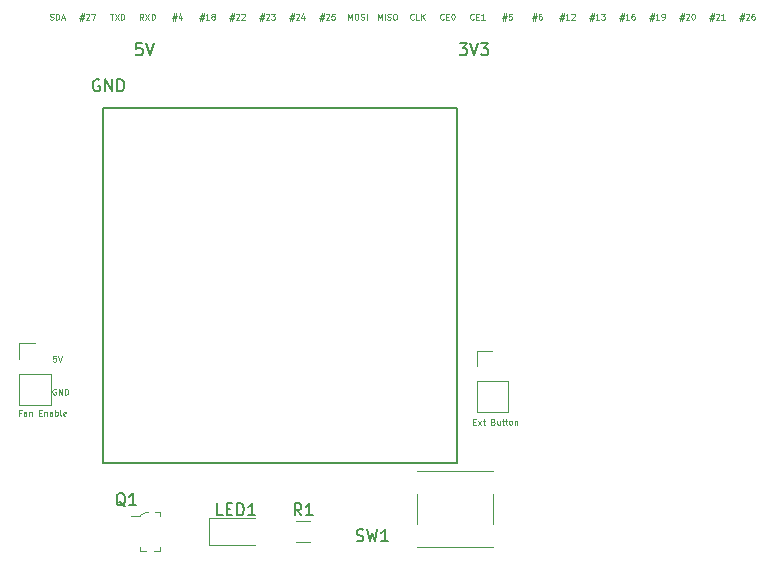
<source format=gto>
G04 #@! TF.GenerationSoftware,KiCad,Pcbnew,(5.1.6-0-10_14)*
G04 #@! TF.CreationDate,2022-10-13T19:28:45-07:00*
G04 #@! TF.ProjectId,RaspberryPiProtoHat,52617370-6265-4727-9279-506950726f74,rev?*
G04 #@! TF.SameCoordinates,Original*
G04 #@! TF.FileFunction,Legend,Top*
G04 #@! TF.FilePolarity,Positive*
%FSLAX46Y46*%
G04 Gerber Fmt 4.6, Leading zero omitted, Abs format (unit mm)*
G04 Created by KiCad (PCBNEW (5.1.6-0-10_14)) date 2022-10-13 19:28:45*
%MOMM*%
%LPD*%
G01*
G04 APERTURE LIST*
%ADD10C,0.062500*%
%ADD11C,0.150000*%
%ADD12C,0.120000*%
%ADD13C,0.100000*%
G04 APERTURE END LIST*
D10*
X239036857Y-138788285D02*
X239203523Y-138788285D01*
X239274952Y-139050190D02*
X239036857Y-139050190D01*
X239036857Y-138550190D01*
X239274952Y-138550190D01*
X239441619Y-139050190D02*
X239703523Y-138716857D01*
X239441619Y-138716857D02*
X239703523Y-139050190D01*
X239822571Y-138716857D02*
X240013047Y-138716857D01*
X239894000Y-138550190D02*
X239894000Y-138978761D01*
X239917809Y-139026380D01*
X239965428Y-139050190D01*
X240013047Y-139050190D01*
X240727333Y-138788285D02*
X240798761Y-138812095D01*
X240822571Y-138835904D01*
X240846380Y-138883523D01*
X240846380Y-138954952D01*
X240822571Y-139002571D01*
X240798761Y-139026380D01*
X240751142Y-139050190D01*
X240560666Y-139050190D01*
X240560666Y-138550190D01*
X240727333Y-138550190D01*
X240774952Y-138574000D01*
X240798761Y-138597809D01*
X240822571Y-138645428D01*
X240822571Y-138693047D01*
X240798761Y-138740666D01*
X240774952Y-138764476D01*
X240727333Y-138788285D01*
X240560666Y-138788285D01*
X241274952Y-138716857D02*
X241274952Y-139050190D01*
X241060666Y-138716857D02*
X241060666Y-138978761D01*
X241084476Y-139026380D01*
X241132095Y-139050190D01*
X241203523Y-139050190D01*
X241251142Y-139026380D01*
X241274952Y-139002571D01*
X241441619Y-138716857D02*
X241632095Y-138716857D01*
X241513047Y-138550190D02*
X241513047Y-138978761D01*
X241536857Y-139026380D01*
X241584476Y-139050190D01*
X241632095Y-139050190D01*
X241727333Y-138716857D02*
X241917809Y-138716857D01*
X241798761Y-138550190D02*
X241798761Y-138978761D01*
X241822571Y-139026380D01*
X241870190Y-139050190D01*
X241917809Y-139050190D01*
X242155904Y-139050190D02*
X242108285Y-139026380D01*
X242084476Y-139002571D01*
X242060666Y-138954952D01*
X242060666Y-138812095D01*
X242084476Y-138764476D01*
X242108285Y-138740666D01*
X242155904Y-138716857D01*
X242227333Y-138716857D01*
X242274952Y-138740666D01*
X242298761Y-138764476D01*
X242322571Y-138812095D01*
X242322571Y-138954952D01*
X242298761Y-139002571D01*
X242274952Y-139026380D01*
X242227333Y-139050190D01*
X242155904Y-139050190D01*
X242536857Y-138716857D02*
X242536857Y-139050190D01*
X242536857Y-138764476D02*
X242560666Y-138740666D01*
X242608285Y-138716857D01*
X242679714Y-138716857D01*
X242727333Y-138740666D01*
X242751142Y-138788285D01*
X242751142Y-139050190D01*
X203714761Y-133216190D02*
X203476666Y-133216190D01*
X203452857Y-133454285D01*
X203476666Y-133430476D01*
X203524285Y-133406666D01*
X203643333Y-133406666D01*
X203690952Y-133430476D01*
X203714761Y-133454285D01*
X203738571Y-133501904D01*
X203738571Y-133620952D01*
X203714761Y-133668571D01*
X203690952Y-133692380D01*
X203643333Y-133716190D01*
X203524285Y-133716190D01*
X203476666Y-133692380D01*
X203452857Y-133668571D01*
X203881428Y-133216190D02*
X204048095Y-133716190D01*
X204214761Y-133216190D01*
X203683047Y-136034000D02*
X203635428Y-136010190D01*
X203564000Y-136010190D01*
X203492571Y-136034000D01*
X203444952Y-136081619D01*
X203421142Y-136129238D01*
X203397333Y-136224476D01*
X203397333Y-136295904D01*
X203421142Y-136391142D01*
X203444952Y-136438761D01*
X203492571Y-136486380D01*
X203564000Y-136510190D01*
X203611619Y-136510190D01*
X203683047Y-136486380D01*
X203706857Y-136462571D01*
X203706857Y-136295904D01*
X203611619Y-136295904D01*
X203921142Y-136510190D02*
X203921142Y-136010190D01*
X204206857Y-136510190D01*
X204206857Y-136010190D01*
X204444952Y-136510190D02*
X204444952Y-136010190D01*
X204564000Y-136010190D01*
X204635428Y-136034000D01*
X204683047Y-136081619D01*
X204706857Y-136129238D01*
X204730666Y-136224476D01*
X204730666Y-136295904D01*
X204706857Y-136391142D01*
X204683047Y-136438761D01*
X204635428Y-136486380D01*
X204564000Y-136510190D01*
X204444952Y-136510190D01*
X200718571Y-138026285D02*
X200551904Y-138026285D01*
X200551904Y-138288190D02*
X200551904Y-137788190D01*
X200790000Y-137788190D01*
X201194761Y-138288190D02*
X201194761Y-138026285D01*
X201170952Y-137978666D01*
X201123333Y-137954857D01*
X201028095Y-137954857D01*
X200980476Y-137978666D01*
X201194761Y-138264380D02*
X201147142Y-138288190D01*
X201028095Y-138288190D01*
X200980476Y-138264380D01*
X200956666Y-138216761D01*
X200956666Y-138169142D01*
X200980476Y-138121523D01*
X201028095Y-138097714D01*
X201147142Y-138097714D01*
X201194761Y-138073904D01*
X201432857Y-137954857D02*
X201432857Y-138288190D01*
X201432857Y-138002476D02*
X201456666Y-137978666D01*
X201504285Y-137954857D01*
X201575714Y-137954857D01*
X201623333Y-137978666D01*
X201647142Y-138026285D01*
X201647142Y-138288190D01*
X202266190Y-138026285D02*
X202432857Y-138026285D01*
X202504285Y-138288190D02*
X202266190Y-138288190D01*
X202266190Y-137788190D01*
X202504285Y-137788190D01*
X202718571Y-137954857D02*
X202718571Y-138288190D01*
X202718571Y-138002476D02*
X202742380Y-137978666D01*
X202790000Y-137954857D01*
X202861428Y-137954857D01*
X202909047Y-137978666D01*
X202932857Y-138026285D01*
X202932857Y-138288190D01*
X203385238Y-138288190D02*
X203385238Y-138026285D01*
X203361428Y-137978666D01*
X203313809Y-137954857D01*
X203218571Y-137954857D01*
X203170952Y-137978666D01*
X203385238Y-138264380D02*
X203337619Y-138288190D01*
X203218571Y-138288190D01*
X203170952Y-138264380D01*
X203147142Y-138216761D01*
X203147142Y-138169142D01*
X203170952Y-138121523D01*
X203218571Y-138097714D01*
X203337619Y-138097714D01*
X203385238Y-138073904D01*
X203623333Y-138288190D02*
X203623333Y-137788190D01*
X203623333Y-137978666D02*
X203670952Y-137954857D01*
X203766190Y-137954857D01*
X203813809Y-137978666D01*
X203837619Y-138002476D01*
X203861428Y-138050095D01*
X203861428Y-138192952D01*
X203837619Y-138240571D01*
X203813809Y-138264380D01*
X203766190Y-138288190D01*
X203670952Y-138288190D01*
X203623333Y-138264380D01*
X204147142Y-138288190D02*
X204099523Y-138264380D01*
X204075714Y-138216761D01*
X204075714Y-137788190D01*
X204528095Y-138264380D02*
X204480476Y-138288190D01*
X204385238Y-138288190D01*
X204337619Y-138264380D01*
X204313809Y-138216761D01*
X204313809Y-138026285D01*
X204337619Y-137978666D01*
X204385238Y-137954857D01*
X204480476Y-137954857D01*
X204528095Y-137978666D01*
X204551904Y-138026285D01*
X204551904Y-138073904D01*
X204313809Y-138121523D01*
X261599047Y-104426857D02*
X261956190Y-104426857D01*
X261741904Y-104212571D02*
X261599047Y-104855428D01*
X261908571Y-104641142D02*
X261551428Y-104641142D01*
X261765714Y-104855428D02*
X261908571Y-104212571D01*
X262099047Y-104307809D02*
X262122857Y-104284000D01*
X262170476Y-104260190D01*
X262289523Y-104260190D01*
X262337142Y-104284000D01*
X262360952Y-104307809D01*
X262384761Y-104355428D01*
X262384761Y-104403047D01*
X262360952Y-104474476D01*
X262075238Y-104760190D01*
X262384761Y-104760190D01*
X262813333Y-104260190D02*
X262718095Y-104260190D01*
X262670476Y-104284000D01*
X262646666Y-104307809D01*
X262599047Y-104379238D01*
X262575238Y-104474476D01*
X262575238Y-104664952D01*
X262599047Y-104712571D01*
X262622857Y-104736380D01*
X262670476Y-104760190D01*
X262765714Y-104760190D01*
X262813333Y-104736380D01*
X262837142Y-104712571D01*
X262860952Y-104664952D01*
X262860952Y-104545904D01*
X262837142Y-104498285D01*
X262813333Y-104474476D01*
X262765714Y-104450666D01*
X262670476Y-104450666D01*
X262622857Y-104474476D01*
X262599047Y-104498285D01*
X262575238Y-104545904D01*
X259059047Y-104426857D02*
X259416190Y-104426857D01*
X259201904Y-104212571D02*
X259059047Y-104855428D01*
X259368571Y-104641142D02*
X259011428Y-104641142D01*
X259225714Y-104855428D02*
X259368571Y-104212571D01*
X259559047Y-104307809D02*
X259582857Y-104284000D01*
X259630476Y-104260190D01*
X259749523Y-104260190D01*
X259797142Y-104284000D01*
X259820952Y-104307809D01*
X259844761Y-104355428D01*
X259844761Y-104403047D01*
X259820952Y-104474476D01*
X259535238Y-104760190D01*
X259844761Y-104760190D01*
X260320952Y-104760190D02*
X260035238Y-104760190D01*
X260178095Y-104760190D02*
X260178095Y-104260190D01*
X260130476Y-104331619D01*
X260082857Y-104379238D01*
X260035238Y-104403047D01*
X256519047Y-104426857D02*
X256876190Y-104426857D01*
X256661904Y-104212571D02*
X256519047Y-104855428D01*
X256828571Y-104641142D02*
X256471428Y-104641142D01*
X256685714Y-104855428D02*
X256828571Y-104212571D01*
X257019047Y-104307809D02*
X257042857Y-104284000D01*
X257090476Y-104260190D01*
X257209523Y-104260190D01*
X257257142Y-104284000D01*
X257280952Y-104307809D01*
X257304761Y-104355428D01*
X257304761Y-104403047D01*
X257280952Y-104474476D01*
X256995238Y-104760190D01*
X257304761Y-104760190D01*
X257614285Y-104260190D02*
X257661904Y-104260190D01*
X257709523Y-104284000D01*
X257733333Y-104307809D01*
X257757142Y-104355428D01*
X257780952Y-104450666D01*
X257780952Y-104569714D01*
X257757142Y-104664952D01*
X257733333Y-104712571D01*
X257709523Y-104736380D01*
X257661904Y-104760190D01*
X257614285Y-104760190D01*
X257566666Y-104736380D01*
X257542857Y-104712571D01*
X257519047Y-104664952D01*
X257495238Y-104569714D01*
X257495238Y-104450666D01*
X257519047Y-104355428D01*
X257542857Y-104307809D01*
X257566666Y-104284000D01*
X257614285Y-104260190D01*
X253979047Y-104426857D02*
X254336190Y-104426857D01*
X254121904Y-104212571D02*
X253979047Y-104855428D01*
X254288571Y-104641142D02*
X253931428Y-104641142D01*
X254145714Y-104855428D02*
X254288571Y-104212571D01*
X254764761Y-104760190D02*
X254479047Y-104760190D01*
X254621904Y-104760190D02*
X254621904Y-104260190D01*
X254574285Y-104331619D01*
X254526666Y-104379238D01*
X254479047Y-104403047D01*
X255002857Y-104760190D02*
X255098095Y-104760190D01*
X255145714Y-104736380D01*
X255169523Y-104712571D01*
X255217142Y-104641142D01*
X255240952Y-104545904D01*
X255240952Y-104355428D01*
X255217142Y-104307809D01*
X255193333Y-104284000D01*
X255145714Y-104260190D01*
X255050476Y-104260190D01*
X255002857Y-104284000D01*
X254979047Y-104307809D01*
X254955238Y-104355428D01*
X254955238Y-104474476D01*
X254979047Y-104522095D01*
X255002857Y-104545904D01*
X255050476Y-104569714D01*
X255145714Y-104569714D01*
X255193333Y-104545904D01*
X255217142Y-104522095D01*
X255240952Y-104474476D01*
X251439047Y-104426857D02*
X251796190Y-104426857D01*
X251581904Y-104212571D02*
X251439047Y-104855428D01*
X251748571Y-104641142D02*
X251391428Y-104641142D01*
X251605714Y-104855428D02*
X251748571Y-104212571D01*
X252224761Y-104760190D02*
X251939047Y-104760190D01*
X252081904Y-104760190D02*
X252081904Y-104260190D01*
X252034285Y-104331619D01*
X251986666Y-104379238D01*
X251939047Y-104403047D01*
X252653333Y-104260190D02*
X252558095Y-104260190D01*
X252510476Y-104284000D01*
X252486666Y-104307809D01*
X252439047Y-104379238D01*
X252415238Y-104474476D01*
X252415238Y-104664952D01*
X252439047Y-104712571D01*
X252462857Y-104736380D01*
X252510476Y-104760190D01*
X252605714Y-104760190D01*
X252653333Y-104736380D01*
X252677142Y-104712571D01*
X252700952Y-104664952D01*
X252700952Y-104545904D01*
X252677142Y-104498285D01*
X252653333Y-104474476D01*
X252605714Y-104450666D01*
X252510476Y-104450666D01*
X252462857Y-104474476D01*
X252439047Y-104498285D01*
X252415238Y-104545904D01*
X248899047Y-104426857D02*
X249256190Y-104426857D01*
X249041904Y-104212571D02*
X248899047Y-104855428D01*
X249208571Y-104641142D02*
X248851428Y-104641142D01*
X249065714Y-104855428D02*
X249208571Y-104212571D01*
X249684761Y-104760190D02*
X249399047Y-104760190D01*
X249541904Y-104760190D02*
X249541904Y-104260190D01*
X249494285Y-104331619D01*
X249446666Y-104379238D01*
X249399047Y-104403047D01*
X249851428Y-104260190D02*
X250160952Y-104260190D01*
X249994285Y-104450666D01*
X250065714Y-104450666D01*
X250113333Y-104474476D01*
X250137142Y-104498285D01*
X250160952Y-104545904D01*
X250160952Y-104664952D01*
X250137142Y-104712571D01*
X250113333Y-104736380D01*
X250065714Y-104760190D01*
X249922857Y-104760190D01*
X249875238Y-104736380D01*
X249851428Y-104712571D01*
X246359047Y-104426857D02*
X246716190Y-104426857D01*
X246501904Y-104212571D02*
X246359047Y-104855428D01*
X246668571Y-104641142D02*
X246311428Y-104641142D01*
X246525714Y-104855428D02*
X246668571Y-104212571D01*
X247144761Y-104760190D02*
X246859047Y-104760190D01*
X247001904Y-104760190D02*
X247001904Y-104260190D01*
X246954285Y-104331619D01*
X246906666Y-104379238D01*
X246859047Y-104403047D01*
X247335238Y-104307809D02*
X247359047Y-104284000D01*
X247406666Y-104260190D01*
X247525714Y-104260190D01*
X247573333Y-104284000D01*
X247597142Y-104307809D01*
X247620952Y-104355428D01*
X247620952Y-104403047D01*
X247597142Y-104474476D01*
X247311428Y-104760190D01*
X247620952Y-104760190D01*
X244057142Y-104426857D02*
X244414285Y-104426857D01*
X244200000Y-104212571D02*
X244057142Y-104855428D01*
X244366666Y-104641142D02*
X244009523Y-104641142D01*
X244223809Y-104855428D02*
X244366666Y-104212571D01*
X244795238Y-104260190D02*
X244700000Y-104260190D01*
X244652380Y-104284000D01*
X244628571Y-104307809D01*
X244580952Y-104379238D01*
X244557142Y-104474476D01*
X244557142Y-104664952D01*
X244580952Y-104712571D01*
X244604761Y-104736380D01*
X244652380Y-104760190D01*
X244747619Y-104760190D01*
X244795238Y-104736380D01*
X244819047Y-104712571D01*
X244842857Y-104664952D01*
X244842857Y-104545904D01*
X244819047Y-104498285D01*
X244795238Y-104474476D01*
X244747619Y-104450666D01*
X244652380Y-104450666D01*
X244604761Y-104474476D01*
X244580952Y-104498285D01*
X244557142Y-104545904D01*
X241517142Y-104426857D02*
X241874285Y-104426857D01*
X241660000Y-104212571D02*
X241517142Y-104855428D01*
X241826666Y-104641142D02*
X241469523Y-104641142D01*
X241683809Y-104855428D02*
X241826666Y-104212571D01*
X242279047Y-104260190D02*
X242040952Y-104260190D01*
X242017142Y-104498285D01*
X242040952Y-104474476D01*
X242088571Y-104450666D01*
X242207619Y-104450666D01*
X242255238Y-104474476D01*
X242279047Y-104498285D01*
X242302857Y-104545904D01*
X242302857Y-104664952D01*
X242279047Y-104712571D01*
X242255238Y-104736380D01*
X242207619Y-104760190D01*
X242088571Y-104760190D01*
X242040952Y-104736380D01*
X242017142Y-104712571D01*
X239060476Y-104712571D02*
X239036666Y-104736380D01*
X238965238Y-104760190D01*
X238917619Y-104760190D01*
X238846190Y-104736380D01*
X238798571Y-104688761D01*
X238774761Y-104641142D01*
X238750952Y-104545904D01*
X238750952Y-104474476D01*
X238774761Y-104379238D01*
X238798571Y-104331619D01*
X238846190Y-104284000D01*
X238917619Y-104260190D01*
X238965238Y-104260190D01*
X239036666Y-104284000D01*
X239060476Y-104307809D01*
X239274761Y-104498285D02*
X239441428Y-104498285D01*
X239512857Y-104760190D02*
X239274761Y-104760190D01*
X239274761Y-104260190D01*
X239512857Y-104260190D01*
X239989047Y-104760190D02*
X239703333Y-104760190D01*
X239846190Y-104760190D02*
X239846190Y-104260190D01*
X239798571Y-104331619D01*
X239750952Y-104379238D01*
X239703333Y-104403047D01*
X236520476Y-104712571D02*
X236496666Y-104736380D01*
X236425238Y-104760190D01*
X236377619Y-104760190D01*
X236306190Y-104736380D01*
X236258571Y-104688761D01*
X236234761Y-104641142D01*
X236210952Y-104545904D01*
X236210952Y-104474476D01*
X236234761Y-104379238D01*
X236258571Y-104331619D01*
X236306190Y-104284000D01*
X236377619Y-104260190D01*
X236425238Y-104260190D01*
X236496666Y-104284000D01*
X236520476Y-104307809D01*
X236734761Y-104498285D02*
X236901428Y-104498285D01*
X236972857Y-104760190D02*
X236734761Y-104760190D01*
X236734761Y-104260190D01*
X236972857Y-104260190D01*
X237282380Y-104260190D02*
X237330000Y-104260190D01*
X237377619Y-104284000D01*
X237401428Y-104307809D01*
X237425238Y-104355428D01*
X237449047Y-104450666D01*
X237449047Y-104569714D01*
X237425238Y-104664952D01*
X237401428Y-104712571D01*
X237377619Y-104736380D01*
X237330000Y-104760190D01*
X237282380Y-104760190D01*
X237234761Y-104736380D01*
X237210952Y-104712571D01*
X237187142Y-104664952D01*
X237163333Y-104569714D01*
X237163333Y-104450666D01*
X237187142Y-104355428D01*
X237210952Y-104307809D01*
X237234761Y-104284000D01*
X237282380Y-104260190D01*
X233992380Y-104712571D02*
X233968571Y-104736380D01*
X233897142Y-104760190D01*
X233849523Y-104760190D01*
X233778095Y-104736380D01*
X233730476Y-104688761D01*
X233706666Y-104641142D01*
X233682857Y-104545904D01*
X233682857Y-104474476D01*
X233706666Y-104379238D01*
X233730476Y-104331619D01*
X233778095Y-104284000D01*
X233849523Y-104260190D01*
X233897142Y-104260190D01*
X233968571Y-104284000D01*
X233992380Y-104307809D01*
X234444761Y-104760190D02*
X234206666Y-104760190D01*
X234206666Y-104260190D01*
X234611428Y-104760190D02*
X234611428Y-104260190D01*
X234897142Y-104760190D02*
X234682857Y-104474476D01*
X234897142Y-104260190D02*
X234611428Y-104545904D01*
X230964285Y-104760190D02*
X230964285Y-104260190D01*
X231130952Y-104617333D01*
X231297619Y-104260190D01*
X231297619Y-104760190D01*
X231535714Y-104760190D02*
X231535714Y-104260190D01*
X231750000Y-104736380D02*
X231821428Y-104760190D01*
X231940476Y-104760190D01*
X231988095Y-104736380D01*
X232011904Y-104712571D01*
X232035714Y-104664952D01*
X232035714Y-104617333D01*
X232011904Y-104569714D01*
X231988095Y-104545904D01*
X231940476Y-104522095D01*
X231845238Y-104498285D01*
X231797619Y-104474476D01*
X231773809Y-104450666D01*
X231750000Y-104403047D01*
X231750000Y-104355428D01*
X231773809Y-104307809D01*
X231797619Y-104284000D01*
X231845238Y-104260190D01*
X231964285Y-104260190D01*
X232035714Y-104284000D01*
X232345238Y-104260190D02*
X232440476Y-104260190D01*
X232488095Y-104284000D01*
X232535714Y-104331619D01*
X232559523Y-104426857D01*
X232559523Y-104593523D01*
X232535714Y-104688761D01*
X232488095Y-104736380D01*
X232440476Y-104760190D01*
X232345238Y-104760190D01*
X232297619Y-104736380D01*
X232250000Y-104688761D01*
X232226190Y-104593523D01*
X232226190Y-104426857D01*
X232250000Y-104331619D01*
X232297619Y-104284000D01*
X232345238Y-104260190D01*
X228424285Y-104760190D02*
X228424285Y-104260190D01*
X228590952Y-104617333D01*
X228757619Y-104260190D01*
X228757619Y-104760190D01*
X229090952Y-104260190D02*
X229186190Y-104260190D01*
X229233809Y-104284000D01*
X229281428Y-104331619D01*
X229305238Y-104426857D01*
X229305238Y-104593523D01*
X229281428Y-104688761D01*
X229233809Y-104736380D01*
X229186190Y-104760190D01*
X229090952Y-104760190D01*
X229043333Y-104736380D01*
X228995714Y-104688761D01*
X228971904Y-104593523D01*
X228971904Y-104426857D01*
X228995714Y-104331619D01*
X229043333Y-104284000D01*
X229090952Y-104260190D01*
X229495714Y-104736380D02*
X229567142Y-104760190D01*
X229686190Y-104760190D01*
X229733809Y-104736380D01*
X229757619Y-104712571D01*
X229781428Y-104664952D01*
X229781428Y-104617333D01*
X229757619Y-104569714D01*
X229733809Y-104545904D01*
X229686190Y-104522095D01*
X229590952Y-104498285D01*
X229543333Y-104474476D01*
X229519523Y-104450666D01*
X229495714Y-104403047D01*
X229495714Y-104355428D01*
X229519523Y-104307809D01*
X229543333Y-104284000D01*
X229590952Y-104260190D01*
X229710000Y-104260190D01*
X229781428Y-104284000D01*
X229995714Y-104760190D02*
X229995714Y-104260190D01*
X226039047Y-104426857D02*
X226396190Y-104426857D01*
X226181904Y-104212571D02*
X226039047Y-104855428D01*
X226348571Y-104641142D02*
X225991428Y-104641142D01*
X226205714Y-104855428D02*
X226348571Y-104212571D01*
X226539047Y-104307809D02*
X226562857Y-104284000D01*
X226610476Y-104260190D01*
X226729523Y-104260190D01*
X226777142Y-104284000D01*
X226800952Y-104307809D01*
X226824761Y-104355428D01*
X226824761Y-104403047D01*
X226800952Y-104474476D01*
X226515238Y-104760190D01*
X226824761Y-104760190D01*
X227277142Y-104260190D02*
X227039047Y-104260190D01*
X227015238Y-104498285D01*
X227039047Y-104474476D01*
X227086666Y-104450666D01*
X227205714Y-104450666D01*
X227253333Y-104474476D01*
X227277142Y-104498285D01*
X227300952Y-104545904D01*
X227300952Y-104664952D01*
X227277142Y-104712571D01*
X227253333Y-104736380D01*
X227205714Y-104760190D01*
X227086666Y-104760190D01*
X227039047Y-104736380D01*
X227015238Y-104712571D01*
X223499047Y-104426857D02*
X223856190Y-104426857D01*
X223641904Y-104212571D02*
X223499047Y-104855428D01*
X223808571Y-104641142D02*
X223451428Y-104641142D01*
X223665714Y-104855428D02*
X223808571Y-104212571D01*
X223999047Y-104307809D02*
X224022857Y-104284000D01*
X224070476Y-104260190D01*
X224189523Y-104260190D01*
X224237142Y-104284000D01*
X224260952Y-104307809D01*
X224284761Y-104355428D01*
X224284761Y-104403047D01*
X224260952Y-104474476D01*
X223975238Y-104760190D01*
X224284761Y-104760190D01*
X224713333Y-104426857D02*
X224713333Y-104760190D01*
X224594285Y-104236380D02*
X224475238Y-104593523D01*
X224784761Y-104593523D01*
X220959047Y-104426857D02*
X221316190Y-104426857D01*
X221101904Y-104212571D02*
X220959047Y-104855428D01*
X221268571Y-104641142D02*
X220911428Y-104641142D01*
X221125714Y-104855428D02*
X221268571Y-104212571D01*
X221459047Y-104307809D02*
X221482857Y-104284000D01*
X221530476Y-104260190D01*
X221649523Y-104260190D01*
X221697142Y-104284000D01*
X221720952Y-104307809D01*
X221744761Y-104355428D01*
X221744761Y-104403047D01*
X221720952Y-104474476D01*
X221435238Y-104760190D01*
X221744761Y-104760190D01*
X221911428Y-104260190D02*
X222220952Y-104260190D01*
X222054285Y-104450666D01*
X222125714Y-104450666D01*
X222173333Y-104474476D01*
X222197142Y-104498285D01*
X222220952Y-104545904D01*
X222220952Y-104664952D01*
X222197142Y-104712571D01*
X222173333Y-104736380D01*
X222125714Y-104760190D01*
X221982857Y-104760190D01*
X221935238Y-104736380D01*
X221911428Y-104712571D01*
X218419047Y-104426857D02*
X218776190Y-104426857D01*
X218561904Y-104212571D02*
X218419047Y-104855428D01*
X218728571Y-104641142D02*
X218371428Y-104641142D01*
X218585714Y-104855428D02*
X218728571Y-104212571D01*
X218919047Y-104307809D02*
X218942857Y-104284000D01*
X218990476Y-104260190D01*
X219109523Y-104260190D01*
X219157142Y-104284000D01*
X219180952Y-104307809D01*
X219204761Y-104355428D01*
X219204761Y-104403047D01*
X219180952Y-104474476D01*
X218895238Y-104760190D01*
X219204761Y-104760190D01*
X219395238Y-104307809D02*
X219419047Y-104284000D01*
X219466666Y-104260190D01*
X219585714Y-104260190D01*
X219633333Y-104284000D01*
X219657142Y-104307809D01*
X219680952Y-104355428D01*
X219680952Y-104403047D01*
X219657142Y-104474476D01*
X219371428Y-104760190D01*
X219680952Y-104760190D01*
X215879047Y-104426857D02*
X216236190Y-104426857D01*
X216021904Y-104212571D02*
X215879047Y-104855428D01*
X216188571Y-104641142D02*
X215831428Y-104641142D01*
X216045714Y-104855428D02*
X216188571Y-104212571D01*
X216664761Y-104760190D02*
X216379047Y-104760190D01*
X216521904Y-104760190D02*
X216521904Y-104260190D01*
X216474285Y-104331619D01*
X216426666Y-104379238D01*
X216379047Y-104403047D01*
X216950476Y-104474476D02*
X216902857Y-104450666D01*
X216879047Y-104426857D01*
X216855238Y-104379238D01*
X216855238Y-104355428D01*
X216879047Y-104307809D01*
X216902857Y-104284000D01*
X216950476Y-104260190D01*
X217045714Y-104260190D01*
X217093333Y-104284000D01*
X217117142Y-104307809D01*
X217140952Y-104355428D01*
X217140952Y-104379238D01*
X217117142Y-104426857D01*
X217093333Y-104450666D01*
X217045714Y-104474476D01*
X216950476Y-104474476D01*
X216902857Y-104498285D01*
X216879047Y-104522095D01*
X216855238Y-104569714D01*
X216855238Y-104664952D01*
X216879047Y-104712571D01*
X216902857Y-104736380D01*
X216950476Y-104760190D01*
X217045714Y-104760190D01*
X217093333Y-104736380D01*
X217117142Y-104712571D01*
X217140952Y-104664952D01*
X217140952Y-104569714D01*
X217117142Y-104522095D01*
X217093333Y-104498285D01*
X217045714Y-104474476D01*
X213577142Y-104426857D02*
X213934285Y-104426857D01*
X213720000Y-104212571D02*
X213577142Y-104855428D01*
X213886666Y-104641142D02*
X213529523Y-104641142D01*
X213743809Y-104855428D02*
X213886666Y-104212571D01*
X214315238Y-104426857D02*
X214315238Y-104760190D01*
X214196190Y-104236380D02*
X214077142Y-104593523D01*
X214386666Y-104593523D01*
X211096666Y-104760190D02*
X210930000Y-104522095D01*
X210810952Y-104760190D02*
X210810952Y-104260190D01*
X211001428Y-104260190D01*
X211049047Y-104284000D01*
X211072857Y-104307809D01*
X211096666Y-104355428D01*
X211096666Y-104426857D01*
X211072857Y-104474476D01*
X211049047Y-104498285D01*
X211001428Y-104522095D01*
X210810952Y-104522095D01*
X211263333Y-104260190D02*
X211596666Y-104760190D01*
X211596666Y-104260190D02*
X211263333Y-104760190D01*
X211787142Y-104760190D02*
X211787142Y-104260190D01*
X211906190Y-104260190D01*
X211977619Y-104284000D01*
X212025238Y-104331619D01*
X212049047Y-104379238D01*
X212072857Y-104474476D01*
X212072857Y-104545904D01*
X212049047Y-104641142D01*
X212025238Y-104688761D01*
X211977619Y-104736380D01*
X211906190Y-104760190D01*
X211787142Y-104760190D01*
X208259047Y-104260190D02*
X208544761Y-104260190D01*
X208401904Y-104760190D02*
X208401904Y-104260190D01*
X208663809Y-104260190D02*
X208997142Y-104760190D01*
X208997142Y-104260190D02*
X208663809Y-104760190D01*
X209187619Y-104760190D02*
X209187619Y-104260190D01*
X209306666Y-104260190D01*
X209378095Y-104284000D01*
X209425714Y-104331619D01*
X209449523Y-104379238D01*
X209473333Y-104474476D01*
X209473333Y-104545904D01*
X209449523Y-104641142D01*
X209425714Y-104688761D01*
X209378095Y-104736380D01*
X209306666Y-104760190D01*
X209187619Y-104760190D01*
X205719047Y-104426857D02*
X206076190Y-104426857D01*
X205861904Y-104212571D02*
X205719047Y-104855428D01*
X206028571Y-104641142D02*
X205671428Y-104641142D01*
X205885714Y-104855428D02*
X206028571Y-104212571D01*
X206219047Y-104307809D02*
X206242857Y-104284000D01*
X206290476Y-104260190D01*
X206409523Y-104260190D01*
X206457142Y-104284000D01*
X206480952Y-104307809D01*
X206504761Y-104355428D01*
X206504761Y-104403047D01*
X206480952Y-104474476D01*
X206195238Y-104760190D01*
X206504761Y-104760190D01*
X206671428Y-104260190D02*
X207004761Y-104260190D01*
X206790476Y-104760190D01*
X203202857Y-104736380D02*
X203274285Y-104760190D01*
X203393333Y-104760190D01*
X203440952Y-104736380D01*
X203464761Y-104712571D01*
X203488571Y-104664952D01*
X203488571Y-104617333D01*
X203464761Y-104569714D01*
X203440952Y-104545904D01*
X203393333Y-104522095D01*
X203298095Y-104498285D01*
X203250476Y-104474476D01*
X203226666Y-104450666D01*
X203202857Y-104403047D01*
X203202857Y-104355428D01*
X203226666Y-104307809D01*
X203250476Y-104284000D01*
X203298095Y-104260190D01*
X203417142Y-104260190D01*
X203488571Y-104284000D01*
X203702857Y-104760190D02*
X203702857Y-104260190D01*
X203821904Y-104260190D01*
X203893333Y-104284000D01*
X203940952Y-104331619D01*
X203964761Y-104379238D01*
X203988571Y-104474476D01*
X203988571Y-104545904D01*
X203964761Y-104641142D01*
X203940952Y-104688761D01*
X203893333Y-104736380D01*
X203821904Y-104760190D01*
X203702857Y-104760190D01*
X204179047Y-104617333D02*
X204417142Y-104617333D01*
X204131428Y-104760190D02*
X204298095Y-104260190D01*
X204464761Y-104760190D01*
D11*
X237877904Y-106780380D02*
X238496952Y-106780380D01*
X238163619Y-107161333D01*
X238306476Y-107161333D01*
X238401714Y-107208952D01*
X238449333Y-107256571D01*
X238496952Y-107351809D01*
X238496952Y-107589904D01*
X238449333Y-107685142D01*
X238401714Y-107732761D01*
X238306476Y-107780380D01*
X238020761Y-107780380D01*
X237925523Y-107732761D01*
X237877904Y-107685142D01*
X238782666Y-106780380D02*
X239116000Y-107780380D01*
X239449333Y-106780380D01*
X239687428Y-106780380D02*
X240306476Y-106780380D01*
X239973142Y-107161333D01*
X240116000Y-107161333D01*
X240211238Y-107208952D01*
X240258857Y-107256571D01*
X240306476Y-107351809D01*
X240306476Y-107589904D01*
X240258857Y-107685142D01*
X240211238Y-107732761D01*
X240116000Y-107780380D01*
X239830285Y-107780380D01*
X239735047Y-107732761D01*
X239687428Y-107685142D01*
X210985523Y-106780380D02*
X210509333Y-106780380D01*
X210461714Y-107256571D01*
X210509333Y-107208952D01*
X210604571Y-107161333D01*
X210842666Y-107161333D01*
X210937904Y-107208952D01*
X210985523Y-107256571D01*
X211033142Y-107351809D01*
X211033142Y-107589904D01*
X210985523Y-107685142D01*
X210937904Y-107732761D01*
X210842666Y-107780380D01*
X210604571Y-107780380D01*
X210509333Y-107732761D01*
X210461714Y-107685142D01*
X211318857Y-106780380D02*
X211652190Y-107780380D01*
X211985523Y-106780380D01*
X207366095Y-109876000D02*
X207270857Y-109828380D01*
X207128000Y-109828380D01*
X206985142Y-109876000D01*
X206889904Y-109971238D01*
X206842285Y-110066476D01*
X206794666Y-110256952D01*
X206794666Y-110399809D01*
X206842285Y-110590285D01*
X206889904Y-110685523D01*
X206985142Y-110780761D01*
X207128000Y-110828380D01*
X207223238Y-110828380D01*
X207366095Y-110780761D01*
X207413714Y-110733142D01*
X207413714Y-110399809D01*
X207223238Y-110399809D01*
X207842285Y-110828380D02*
X207842285Y-109828380D01*
X208413714Y-110828380D01*
X208413714Y-109828380D01*
X208889904Y-110828380D02*
X208889904Y-109828380D01*
X209128000Y-109828380D01*
X209270857Y-109876000D01*
X209366095Y-109971238D01*
X209413714Y-110066476D01*
X209461333Y-110256952D01*
X209461333Y-110399809D01*
X209413714Y-110590285D01*
X209366095Y-110685523D01*
X209270857Y-110780761D01*
X209128000Y-110828380D01*
X208889904Y-110828380D01*
X237635000Y-142270000D02*
X237635000Y-112270000D01*
X207635000Y-142270000D02*
X237625000Y-142270000D01*
X207635000Y-142270000D02*
X207635000Y-112270000D01*
X237635000Y-112270000D02*
X207635000Y-112270000D01*
D12*
X240695000Y-142960000D02*
X240695000Y-142990000D01*
X240695000Y-149420000D02*
X240695000Y-149390000D01*
X234235000Y-149420000D02*
X234235000Y-149390000D01*
X234235000Y-142990000D02*
X234235000Y-142960000D01*
X240695000Y-144890000D02*
X240695000Y-147490000D01*
X234235000Y-142960000D02*
X240695000Y-142960000D01*
X234235000Y-144890000D02*
X234235000Y-147490000D01*
X234235000Y-149420000D02*
X240695000Y-149420000D01*
X224032936Y-147185000D02*
X225237064Y-147185000D01*
X224032936Y-149005000D02*
X225237064Y-149005000D01*
D13*
X211475000Y-146445000D02*
X211200000Y-146445000D01*
X211200000Y-146445000D02*
X210825000Y-146720000D01*
X210825000Y-146720000D02*
X210825000Y-146770000D01*
X210825000Y-146770000D02*
X210050000Y-146770000D01*
X211300000Y-149745000D02*
X210825000Y-149745000D01*
X210825000Y-149745000D02*
X210825000Y-149395000D01*
X212475000Y-149520000D02*
X212475000Y-149395000D01*
X212475000Y-149445000D02*
X212475000Y-149745000D01*
X212475000Y-149745000D02*
X212025000Y-149745000D01*
X212100000Y-146445000D02*
X212475000Y-146445000D01*
X212475000Y-146445000D02*
X212475000Y-146745000D01*
D12*
X220520000Y-146960000D02*
X216635000Y-146960000D01*
X216635000Y-146960000D02*
X216635000Y-149230000D01*
X216635000Y-149230000D02*
X220520000Y-149230000D01*
X239310000Y-132795000D02*
X240640000Y-132795000D01*
X239310000Y-134125000D02*
X239310000Y-132795000D01*
X239310000Y-135395000D02*
X241970000Y-135395000D01*
X241970000Y-135395000D02*
X241970000Y-137995000D01*
X239310000Y-135395000D02*
X239310000Y-137995000D01*
X239310000Y-137995000D02*
X241970000Y-137995000D01*
X200575000Y-132160000D02*
X201905000Y-132160000D01*
X200575000Y-133490000D02*
X200575000Y-132160000D01*
X200575000Y-134760000D02*
X203235000Y-134760000D01*
X203235000Y-134760000D02*
X203235000Y-137360000D01*
X200575000Y-134760000D02*
X200575000Y-137360000D01*
X200575000Y-137360000D02*
X203235000Y-137360000D01*
D11*
X229146666Y-148880761D02*
X229289523Y-148928380D01*
X229527619Y-148928380D01*
X229622857Y-148880761D01*
X229670476Y-148833142D01*
X229718095Y-148737904D01*
X229718095Y-148642666D01*
X229670476Y-148547428D01*
X229622857Y-148499809D01*
X229527619Y-148452190D01*
X229337142Y-148404571D01*
X229241904Y-148356952D01*
X229194285Y-148309333D01*
X229146666Y-148214095D01*
X229146666Y-148118857D01*
X229194285Y-148023619D01*
X229241904Y-147976000D01*
X229337142Y-147928380D01*
X229575238Y-147928380D01*
X229718095Y-147976000D01*
X230051428Y-147928380D02*
X230289523Y-148928380D01*
X230480000Y-148214095D01*
X230670476Y-148928380D01*
X230908571Y-147928380D01*
X231813333Y-148928380D02*
X231241904Y-148928380D01*
X231527619Y-148928380D02*
X231527619Y-147928380D01*
X231432380Y-148071238D01*
X231337142Y-148166476D01*
X231241904Y-148214095D01*
X224468333Y-146727380D02*
X224135000Y-146251190D01*
X223896904Y-146727380D02*
X223896904Y-145727380D01*
X224277857Y-145727380D01*
X224373095Y-145775000D01*
X224420714Y-145822619D01*
X224468333Y-145917857D01*
X224468333Y-146060714D01*
X224420714Y-146155952D01*
X224373095Y-146203571D01*
X224277857Y-146251190D01*
X223896904Y-146251190D01*
X225420714Y-146727380D02*
X224849285Y-146727380D01*
X225135000Y-146727380D02*
X225135000Y-145727380D01*
X225039761Y-145870238D01*
X224944523Y-145965476D01*
X224849285Y-146013095D01*
X209556761Y-145975619D02*
X209461523Y-145928000D01*
X209366285Y-145832761D01*
X209223428Y-145689904D01*
X209128190Y-145642285D01*
X209032952Y-145642285D01*
X209080571Y-145880380D02*
X208985333Y-145832761D01*
X208890095Y-145737523D01*
X208842476Y-145547047D01*
X208842476Y-145213714D01*
X208890095Y-145023238D01*
X208985333Y-144928000D01*
X209080571Y-144880380D01*
X209271047Y-144880380D01*
X209366285Y-144928000D01*
X209461523Y-145023238D01*
X209509142Y-145213714D01*
X209509142Y-145547047D01*
X209461523Y-145737523D01*
X209366285Y-145832761D01*
X209271047Y-145880380D01*
X209080571Y-145880380D01*
X210461523Y-145880380D02*
X209890095Y-145880380D01*
X210175809Y-145880380D02*
X210175809Y-144880380D01*
X210080571Y-145023238D01*
X209985333Y-145118476D01*
X209890095Y-145166095D01*
X217800952Y-146727380D02*
X217324761Y-146727380D01*
X217324761Y-145727380D01*
X218134285Y-146203571D02*
X218467619Y-146203571D01*
X218610476Y-146727380D02*
X218134285Y-146727380D01*
X218134285Y-145727380D01*
X218610476Y-145727380D01*
X219039047Y-146727380D02*
X219039047Y-145727380D01*
X219277142Y-145727380D01*
X219420000Y-145775000D01*
X219515238Y-145870238D01*
X219562857Y-145965476D01*
X219610476Y-146155952D01*
X219610476Y-146298809D01*
X219562857Y-146489285D01*
X219515238Y-146584523D01*
X219420000Y-146679761D01*
X219277142Y-146727380D01*
X219039047Y-146727380D01*
X220562857Y-146727380D02*
X219991428Y-146727380D01*
X220277142Y-146727380D02*
X220277142Y-145727380D01*
X220181904Y-145870238D01*
X220086666Y-145965476D01*
X219991428Y-146013095D01*
M02*

</source>
